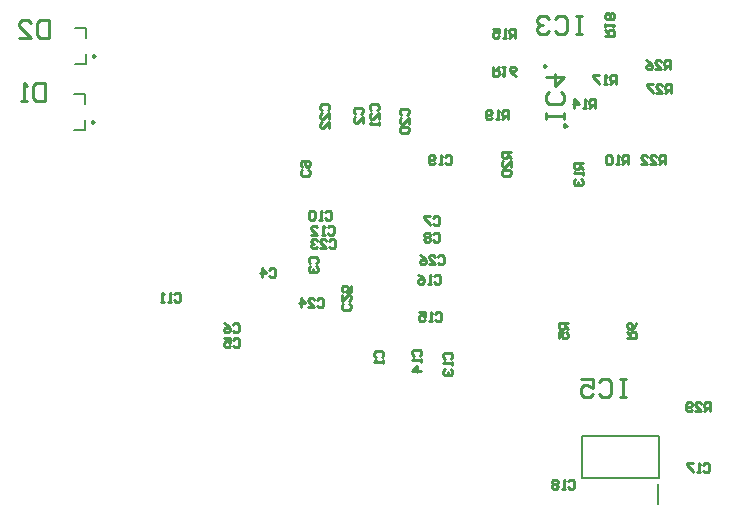
<source format=gbo>
G04*
G04 #@! TF.GenerationSoftware,Altium Limited,Altium Designer,19.1.7 (138)*
G04*
G04 Layer_Color=32896*
%FSLAX25Y25*%
%MOIN*%
G70*
G01*
G75*
%ADD11C,0.00984*%
%ADD12C,0.00787*%
%ADD15C,0.01000*%
D11*
X37007Y191954D02*
X36269Y192380D01*
Y191527D01*
X37007Y191954D01*
X36578Y169954D02*
X35840Y170380D01*
Y169527D01*
X36578Y169954D01*
X194167Y168742D02*
X193429Y169168D01*
Y168315D01*
X194167Y168742D01*
X187349Y188658D02*
X186611Y189084D01*
Y188232D01*
X187349Y188658D01*
D12*
X33956Y198056D02*
Y201206D01*
X30413D02*
X33956D01*
Y189394D02*
Y192544D01*
X30413Y189394D02*
X33956D01*
X33527Y176056D02*
Y179206D01*
X29983D02*
X33527D01*
Y167394D02*
Y170544D01*
X29983Y167394D02*
X33527D01*
X224503Y42454D02*
Y49343D01*
X199405Y51410D02*
X224995D01*
X199405D02*
Y65190D01*
X224995D01*
Y51410D02*
Y65190D01*
D15*
X129101Y173801D02*
X128601Y174301D01*
Y175300D01*
X129101Y175800D01*
X131100D01*
X131600Y175300D01*
Y174301D01*
X131100Y173801D01*
X131600Y170802D02*
Y172801D01*
X129601Y170802D01*
X129101D01*
X128601Y171301D01*
Y172301D01*
X129101Y172801D01*
X131600Y169802D02*
Y168802D01*
Y169302D01*
X128601D01*
X129101Y169802D01*
X113701Y139899D02*
X114200Y140399D01*
X115200D01*
X115700Y139899D01*
Y137900D01*
X115200Y137400D01*
X114200D01*
X113701Y137900D01*
X112701Y137400D02*
X111701D01*
X112201D01*
Y140399D01*
X112701Y139899D01*
X110202D02*
X109702Y140399D01*
X108702D01*
X108202Y139899D01*
Y137900D01*
X108702Y137400D01*
X109702D01*
X110202Y137900D01*
Y139899D01*
X229100Y179500D02*
Y182499D01*
X227601D01*
X227101Y181999D01*
Y181000D01*
X227601Y180500D01*
X229100D01*
X228100D02*
X227101Y179500D01*
X224102D02*
X226101D01*
X224102Y181499D01*
Y181999D01*
X224602Y182499D01*
X225601D01*
X226101Y181999D01*
X223102Y182499D02*
X221103D01*
Y181999D01*
X223102Y180000D01*
Y179500D01*
X114501Y134799D02*
X115000Y135299D01*
X116000D01*
X116500Y134799D01*
Y132800D01*
X116000Y132300D01*
X115000D01*
X114501Y132800D01*
X113501Y132300D02*
X112501D01*
X113001D01*
Y135299D01*
X113501Y134799D01*
X109002Y132300D02*
X111002D01*
X109002Y134299D01*
Y134799D01*
X109502Y135299D01*
X110502D01*
X111002Y134799D01*
X242100Y73500D02*
Y76499D01*
X240600D01*
X240101Y75999D01*
Y74999D01*
X240600Y74500D01*
X242100D01*
X241100D02*
X240101Y73500D01*
X237102D02*
X239101D01*
X237102Y75499D01*
Y75999D01*
X237601Y76499D01*
X238601D01*
X239101Y75999D01*
X236102Y74000D02*
X235602Y73500D01*
X234602D01*
X234103Y74000D01*
Y75999D01*
X234602Y76499D01*
X235602D01*
X236102Y75999D01*
Y75499D01*
X235602Y74999D01*
X234103D01*
X228800Y187500D02*
Y190499D01*
X227301D01*
X226801Y189999D01*
Y188999D01*
X227301Y188500D01*
X228800D01*
X227800D02*
X226801Y187500D01*
X223802D02*
X225801D01*
X223802Y189499D01*
Y189999D01*
X224302Y190499D01*
X225301D01*
X225801Y189999D01*
X220803Y190499D02*
X221802Y189999D01*
X222802Y188999D01*
Y188000D01*
X222302Y187500D01*
X221302D01*
X220803Y188000D01*
Y188500D01*
X221302Y188999D01*
X222802D01*
X227000Y155800D02*
Y158799D01*
X225500D01*
X225001Y158299D01*
Y157299D01*
X225500Y156800D01*
X227000D01*
X226000D02*
X225001Y155800D01*
X222002D02*
X224001D01*
X222002Y157799D01*
Y158299D01*
X222501Y158799D01*
X223501D01*
X224001Y158299D01*
X219003Y155800D02*
X221002D01*
X219003Y157799D01*
Y158299D01*
X219502Y158799D01*
X220502D01*
X221002Y158299D01*
X175500Y160100D02*
X172501D01*
Y158600D01*
X173001Y158101D01*
X174001D01*
X174500Y158600D01*
Y160100D01*
Y159100D02*
X175500Y158101D01*
Y155102D02*
Y157101D01*
X173501Y155102D01*
X173001D01*
X172501Y155601D01*
Y156601D01*
X173001Y157101D01*
Y154102D02*
X172501Y153602D01*
Y152602D01*
X173001Y152103D01*
X175000D01*
X175500Y152602D01*
Y153602D01*
X175000Y154102D01*
X173001D01*
X174800Y170800D02*
Y173799D01*
X173301D01*
X172801Y173299D01*
Y172300D01*
X173301Y171800D01*
X174800D01*
X173800D02*
X172801Y170800D01*
X171801D02*
X170801D01*
X171301D01*
Y173799D01*
X171801Y173299D01*
X169302Y171300D02*
X168802Y170800D01*
X167802D01*
X167302Y171300D01*
Y173299D01*
X167802Y173799D01*
X168802D01*
X169302Y173299D01*
Y172799D01*
X168802Y172300D01*
X167302D01*
X207000Y198700D02*
X209999D01*
Y200200D01*
X209499Y200699D01*
X208500D01*
X208000Y200200D01*
Y198700D01*
Y199700D02*
X207000Y200699D01*
Y201699D02*
Y202699D01*
Y202199D01*
X209999D01*
X209499Y201699D01*
Y204198D02*
X209999Y204698D01*
Y205698D01*
X209499Y206198D01*
X208999D01*
X208500Y205698D01*
X208000Y206198D01*
X207500D01*
X207000Y205698D01*
Y204698D01*
X207500Y204198D01*
X208000D01*
X208500Y204698D01*
X208999Y204198D01*
X209499D01*
X208500Y204698D02*
Y205698D01*
X210600Y182600D02*
Y185599D01*
X209101D01*
X208601Y185099D01*
Y184099D01*
X209101Y183600D01*
X210600D01*
X209600D02*
X208601Y182600D01*
X207601D02*
X206601D01*
X207101D01*
Y185599D01*
X207601Y185099D01*
X205102Y185599D02*
X203102D01*
Y185099D01*
X205102Y183100D01*
Y182600D01*
X169800Y188300D02*
Y185301D01*
X171300D01*
X171799Y185801D01*
Y186801D01*
X171300Y187300D01*
X169800D01*
X170800D02*
X171799Y188300D01*
X172799D02*
X173799D01*
X173299D01*
Y185301D01*
X172799Y185801D01*
X177298Y185301D02*
X176298Y185801D01*
X175298Y186801D01*
Y187800D01*
X175798Y188300D01*
X176798D01*
X177298Y187800D01*
Y187300D01*
X176798Y186801D01*
X175298D01*
X177100Y198100D02*
Y201099D01*
X175601D01*
X175101Y200599D01*
Y199600D01*
X175601Y199100D01*
X177100D01*
X176100D02*
X175101Y198100D01*
X174101D02*
X173101D01*
X173601D01*
Y201099D01*
X174101Y200599D01*
X169602Y201099D02*
X171602D01*
Y199600D01*
X170602Y200099D01*
X170102D01*
X169602Y199600D01*
Y198600D01*
X170102Y198100D01*
X171102D01*
X171602Y198600D01*
X203800Y174600D02*
Y177599D01*
X202301D01*
X201801Y177099D01*
Y176100D01*
X202301Y175600D01*
X203800D01*
X202800D02*
X201801Y174600D01*
X200801D02*
X199801D01*
X200301D01*
Y177599D01*
X200801Y177099D01*
X196802Y174600D02*
Y177599D01*
X198302Y176100D01*
X196302D01*
X199500Y156300D02*
X196501D01*
Y154800D01*
X197001Y154301D01*
X198001D01*
X198500Y154800D01*
Y156300D01*
Y155300D02*
X199500Y154301D01*
Y153301D02*
Y152301D01*
Y152801D01*
X196501D01*
X197001Y153301D01*
Y150802D02*
X196501Y150302D01*
Y149302D01*
X197001Y148802D01*
X197501D01*
X198001Y149302D01*
Y149802D01*
Y149302D01*
X198500Y148802D01*
X199000D01*
X199500Y149302D01*
Y150302D01*
X199000Y150802D01*
X214700Y155900D02*
Y158899D01*
X213200D01*
X212701Y158399D01*
Y157399D01*
X213200Y156900D01*
X214700D01*
X213700D02*
X212701Y155900D01*
X211701D02*
X210701D01*
X211201D01*
Y158899D01*
X211701Y158399D01*
X209202D02*
X208702Y158899D01*
X207702D01*
X207202Y158399D01*
Y156400D01*
X207702Y155900D01*
X208702D01*
X209202Y156400D01*
Y158399D01*
X214400Y98100D02*
X217399D01*
Y99599D01*
X216899Y100099D01*
X215899D01*
X215400Y99599D01*
Y98100D01*
Y99100D02*
X214400Y100099D01*
X217399Y103098D02*
X216899Y102099D01*
X215899Y101099D01*
X214900D01*
X214400Y101599D01*
Y102599D01*
X214900Y103098D01*
X215400D01*
X215899Y102599D01*
Y101099D01*
X194500Y102800D02*
X191501D01*
Y101301D01*
X192001Y100801D01*
X193000D01*
X193500Y101301D01*
Y102800D01*
Y101800D02*
X194500Y100801D01*
X191501Y97802D02*
Y99801D01*
X193000D01*
X192501Y98801D01*
Y98301D01*
X193000Y97802D01*
X194000D01*
X194500Y98301D01*
Y99301D01*
X194000Y99801D01*
X213900Y84198D02*
X211901D01*
X212900D01*
Y78200D01*
X213900D01*
X211901D01*
X204903Y83198D02*
X205903Y84198D01*
X207902D01*
X208902Y83198D01*
Y79200D01*
X207902Y78200D01*
X205903D01*
X204903Y79200D01*
X198905Y84198D02*
X202904D01*
Y81199D01*
X200904Y82199D01*
X199905D01*
X198905Y81199D01*
Y79200D01*
X199905Y78200D01*
X201904D01*
X202904Y79200D01*
X193198Y170800D02*
Y172799D01*
Y171800D01*
X187200D01*
Y170800D01*
Y172799D01*
X192198Y179797D02*
X193198Y178797D01*
Y176798D01*
X192198Y175798D01*
X188200D01*
X187200Y176798D01*
Y178797D01*
X188200Y179797D01*
X187200Y184795D02*
X193198D01*
X190199Y181796D01*
Y185795D01*
X199400Y205298D02*
X197401D01*
X198400D01*
Y199300D01*
X199400D01*
X197401D01*
X190403Y204298D02*
X191403Y205298D01*
X193402D01*
X194402Y204298D01*
Y200300D01*
X193402Y199300D01*
X191403D01*
X190403Y200300D01*
X188404Y204298D02*
X187404Y205298D01*
X185405D01*
X184405Y204298D01*
Y203299D01*
X185405Y202299D01*
X186404D01*
X185405D01*
X184405Y201299D01*
Y200300D01*
X185405Y199300D01*
X187404D01*
X188404Y200300D01*
X21600Y203998D02*
Y198000D01*
X18601D01*
X17601Y199000D01*
Y202998D01*
X18601Y203998D01*
X21600D01*
X11603Y198000D02*
X15602D01*
X11603Y201999D01*
Y202998D01*
X12603Y203998D01*
X14602D01*
X15602Y202998D01*
X20300Y182798D02*
Y176800D01*
X17301D01*
X16301Y177800D01*
Y181798D01*
X17301Y182798D01*
X20300D01*
X14302Y176800D02*
X12303D01*
X13302D01*
Y182798D01*
X14302Y181798D01*
X151301Y125099D02*
X151801Y125599D01*
X152800D01*
X153300Y125099D01*
Y123100D01*
X152800Y122600D01*
X151801D01*
X151301Y123100D01*
X148302Y122600D02*
X150301D01*
X148302Y124599D01*
Y125099D01*
X148801Y125599D01*
X149801D01*
X150301Y125099D01*
X145303Y125599D02*
X146302Y125099D01*
X147302Y124100D01*
Y123100D01*
X146802Y122600D01*
X145802D01*
X145303Y123100D01*
Y123600D01*
X145802Y124100D01*
X147302D01*
X121699Y109299D02*
X122199Y108800D01*
Y107800D01*
X121699Y107300D01*
X119700D01*
X119200Y107800D01*
Y108800D01*
X119700Y109299D01*
X119200Y112298D02*
Y110299D01*
X121199Y112298D01*
X121699D01*
X122199Y111799D01*
Y110799D01*
X121699Y110299D01*
X122199Y115297D02*
Y113298D01*
X120700D01*
X121199Y114298D01*
Y114798D01*
X120700Y115297D01*
X119700D01*
X119200Y114798D01*
Y113798D01*
X119700Y113298D01*
X111001Y110699D02*
X111501Y111199D01*
X112500D01*
X113000Y110699D01*
Y108700D01*
X112500Y108200D01*
X111501D01*
X111001Y108700D01*
X108002Y108200D02*
X110001D01*
X108002Y110199D01*
Y110699D01*
X108501Y111199D01*
X109501D01*
X110001Y110699D01*
X105502Y108200D02*
Y111199D01*
X107002Y109699D01*
X105003D01*
X115032Y130299D02*
X115532Y130799D01*
X116532D01*
X117031Y130299D01*
Y128300D01*
X116532Y127800D01*
X115532D01*
X115032Y128300D01*
X112033Y127800D02*
X114032D01*
X112033Y129799D01*
Y130299D01*
X112533Y130799D01*
X113532D01*
X114032Y130299D01*
X111033D02*
X110533Y130799D01*
X109534D01*
X109034Y130299D01*
Y129799D01*
X109534Y129299D01*
X110034D01*
X109534D01*
X109034Y128800D01*
Y128300D01*
X109534Y127800D01*
X110533D01*
X111033Y128300D01*
X112501Y173801D02*
X112001Y174301D01*
Y175300D01*
X112501Y175800D01*
X114500D01*
X115000Y175300D01*
Y174301D01*
X114500Y173801D01*
X115000Y170802D02*
Y172801D01*
X113001Y170802D01*
X112501D01*
X112001Y171301D01*
Y172301D01*
X112501Y172801D01*
X115000Y167803D02*
Y169802D01*
X113001Y167803D01*
X112501D01*
X112001Y168302D01*
Y169302D01*
X112501Y169802D01*
X139101Y172301D02*
X138601Y172801D01*
Y173800D01*
X139101Y174300D01*
X141100D01*
X141600Y173800D01*
Y172801D01*
X141100Y172301D01*
X141600Y169302D02*
Y171301D01*
X139601Y169302D01*
X139101D01*
X138601Y169801D01*
Y170801D01*
X139101Y171301D01*
Y168302D02*
X138601Y167802D01*
Y166802D01*
X139101Y166303D01*
X141100D01*
X141600Y166802D01*
Y167802D01*
X141100Y168302D01*
X139101D01*
X153801Y158299D02*
X154300Y158799D01*
X155300D01*
X155800Y158299D01*
Y156300D01*
X155300Y155800D01*
X154300D01*
X153801Y156300D01*
X152801Y155800D02*
X151801D01*
X152301D01*
Y158799D01*
X152801Y158299D01*
X150302Y156300D02*
X149802Y155800D01*
X148802D01*
X148302Y156300D01*
Y158299D01*
X148802Y158799D01*
X149802D01*
X150302Y158299D01*
Y157799D01*
X149802Y157299D01*
X148302D01*
X194801Y50199D02*
X195300Y50699D01*
X196300D01*
X196800Y50199D01*
Y48200D01*
X196300Y47700D01*
X195300D01*
X194801Y48200D01*
X193801Y47700D02*
X192801D01*
X193301D01*
Y50699D01*
X193801Y50199D01*
X191302D02*
X190802Y50699D01*
X189802D01*
X189302Y50199D01*
Y49699D01*
X189802Y49200D01*
X189302Y48700D01*
Y48200D01*
X189802Y47700D01*
X190802D01*
X191302Y48200D01*
Y48700D01*
X190802Y49200D01*
X191302Y49699D01*
Y50199D01*
X190802Y49200D02*
X189802D01*
X239701Y55699D02*
X240200Y56199D01*
X241200D01*
X241700Y55699D01*
Y53700D01*
X241200Y53200D01*
X240200D01*
X239701Y53700D01*
X238701Y53200D02*
X237701D01*
X238201D01*
Y56199D01*
X238701Y55699D01*
X236202Y56199D02*
X234202D01*
Y55699D01*
X236202Y53700D01*
Y53200D01*
X150001Y118599D02*
X150501Y119099D01*
X151500D01*
X152000Y118599D01*
Y116600D01*
X151500Y116100D01*
X150501D01*
X150001Y116600D01*
X149001Y116100D02*
X148001D01*
X148501D01*
Y119099D01*
X149001Y118599D01*
X144502Y119099D02*
X145502Y118599D01*
X146502Y117599D01*
Y116600D01*
X146002Y116100D01*
X145002D01*
X144502Y116600D01*
Y117100D01*
X145002Y117599D01*
X146502D01*
X150401Y106099D02*
X150900Y106599D01*
X151900D01*
X152400Y106099D01*
Y104100D01*
X151900Y103600D01*
X150900D01*
X150401Y104100D01*
X149401Y103600D02*
X148401D01*
X148901D01*
Y106599D01*
X149401Y106099D01*
X144902Y106599D02*
X146902D01*
Y105099D01*
X145902Y105599D01*
X145402D01*
X144902Y105099D01*
Y104100D01*
X145402Y103600D01*
X146402D01*
X146902Y104100D01*
X143301Y92001D02*
X142801Y92501D01*
Y93500D01*
X143301Y94000D01*
X145300D01*
X145800Y93500D01*
Y92501D01*
X145300Y92001D01*
X145800Y91001D02*
Y90001D01*
Y90501D01*
X142801D01*
X143301Y91001D01*
X145800Y87002D02*
X142801D01*
X144300Y88502D01*
Y86502D01*
X153501Y91101D02*
X153001Y91601D01*
Y92600D01*
X153501Y93100D01*
X155500D01*
X156000Y92600D01*
Y91601D01*
X155500Y91101D01*
X156000Y90101D02*
Y89101D01*
Y89601D01*
X153001D01*
X153501Y90101D01*
Y87602D02*
X153001Y87102D01*
Y86102D01*
X153501Y85602D01*
X154001D01*
X154500Y86102D01*
Y86602D01*
Y86102D01*
X155000Y85602D01*
X155500D01*
X156000Y86102D01*
Y87102D01*
X155500Y87602D01*
X63401Y112499D02*
X63901Y112999D01*
X64900D01*
X65400Y112499D01*
Y110500D01*
X64900Y110000D01*
X63901D01*
X63401Y110500D01*
X62401Y110000D02*
X61401D01*
X61901D01*
Y112999D01*
X62401Y112499D01*
X59902Y110000D02*
X58902D01*
X59402D01*
Y112999D01*
X59902Y112499D01*
X108099Y154099D02*
X108599Y153600D01*
Y152600D01*
X108099Y152100D01*
X106100D01*
X105600Y152600D01*
Y153600D01*
X106100Y154099D01*
Y155099D02*
X105600Y155599D01*
Y156599D01*
X106100Y157098D01*
X108099D01*
X108599Y156599D01*
Y155599D01*
X108099Y155099D01*
X107599D01*
X107099Y155599D01*
Y157098D01*
X149701Y132599D02*
X150200Y133099D01*
X151200D01*
X151700Y132599D01*
Y130600D01*
X151200Y130100D01*
X150200D01*
X149701Y130600D01*
X148701Y132599D02*
X148201Y133099D01*
X147201D01*
X146702Y132599D01*
Y132099D01*
X147201Y131599D01*
X146702Y131100D01*
Y130600D01*
X147201Y130100D01*
X148201D01*
X148701Y130600D01*
Y131100D01*
X148201Y131599D01*
X148701Y132099D01*
Y132599D01*
X148201Y131599D02*
X147201D01*
X149801Y137999D02*
X150301Y138499D01*
X151300D01*
X151800Y137999D01*
Y136000D01*
X151300Y135500D01*
X150301D01*
X149801Y136000D01*
X148801Y138499D02*
X146802D01*
Y137999D01*
X148801Y136000D01*
Y135500D01*
X82901Y102399D02*
X83400Y102899D01*
X84400D01*
X84900Y102399D01*
Y100400D01*
X84400Y99900D01*
X83400D01*
X82901Y100400D01*
X79902Y102899D02*
X80901Y102399D01*
X81901Y101400D01*
Y100400D01*
X81401Y99900D01*
X80401D01*
X79902Y100400D01*
Y100900D01*
X80401Y101400D01*
X81901D01*
X83001Y97399D02*
X83500Y97899D01*
X84500D01*
X85000Y97399D01*
Y95400D01*
X84500Y94900D01*
X83500D01*
X83001Y95400D01*
X80002Y97899D02*
X82001D01*
Y96399D01*
X81001Y96899D01*
X80501D01*
X80002Y96399D01*
Y95400D01*
X80501Y94900D01*
X81501D01*
X82001Y95400D01*
X95001Y120699D02*
X95500Y121199D01*
X96500D01*
X97000Y120699D01*
Y118700D01*
X96500Y118200D01*
X95500D01*
X95001Y118700D01*
X92501Y118200D02*
Y121199D01*
X94001Y119700D01*
X92002D01*
X108701Y122801D02*
X108201Y123301D01*
Y124300D01*
X108701Y124800D01*
X110700D01*
X111200Y124300D01*
Y123301D01*
X110700Y122801D01*
X108701Y121801D02*
X108201Y121301D01*
Y120301D01*
X108701Y119802D01*
X109201D01*
X109701Y120301D01*
Y120801D01*
Y120301D01*
X110200Y119802D01*
X110700D01*
X111200Y120301D01*
Y121301D01*
X110700Y121801D01*
X123801Y172701D02*
X123301Y173201D01*
Y174200D01*
X123801Y174700D01*
X125800D01*
X126300Y174200D01*
Y173201D01*
X125800Y172701D01*
X126300Y169702D02*
Y171701D01*
X124301Y169702D01*
X123801D01*
X123301Y170201D01*
Y171201D01*
X123801Y171701D01*
X130501Y91501D02*
X130001Y92001D01*
Y93000D01*
X130501Y93500D01*
X132500D01*
X133000Y93000D01*
Y92001D01*
X132500Y91501D01*
X133000Y90501D02*
Y89501D01*
Y90001D01*
X130001D01*
X130501Y90501D01*
M02*

</source>
